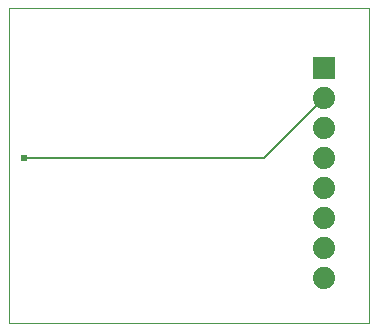
<source format=gbl>
G75*
G70*
%OFA0B0*%
%FSLAX24Y24*%
%IPPOS*%
%LPD*%
%AMOC8*
5,1,8,0,0,1.08239X$1,22.5*
%
%ADD10C,0.0000*%
%ADD11R,0.0740X0.0740*%
%ADD12C,0.0740*%
%ADD13C,0.0060*%
%ADD14C,0.0240*%
D10*
X000100Y000100D02*
X000100Y010600D01*
X012100Y010600D01*
X012100Y000100D01*
X000100Y000100D01*
D11*
X010600Y008600D03*
D12*
X010600Y007600D03*
X010600Y006600D03*
X010600Y005600D03*
X010600Y004600D03*
X010600Y003600D03*
X010600Y002600D03*
X010600Y001600D03*
D13*
X008600Y005600D02*
X000600Y005600D01*
X008600Y005600D02*
X010600Y007600D01*
D14*
X000600Y005600D03*
M02*

</source>
